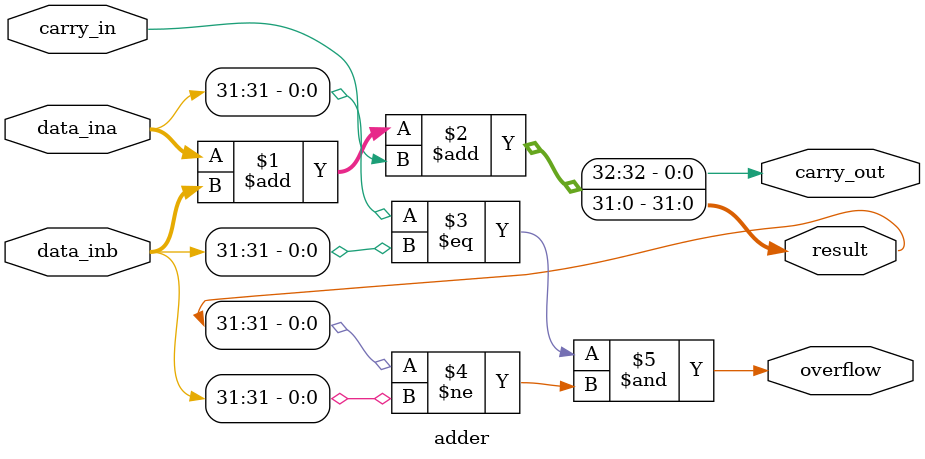
<source format=sv>
module adder #(
    parameter INPUT_WIDTH = 32
) (
    input signed  [INPUT_WIDTH-1:0] data_ina,
    input signed  [INPUT_WIDTH-1:0] data_inb,
    input                           carry_in,
    
    output signed [INPUT_WIDTH-1:0] result,
    output                          carry_out,
    output                          overflow
);
    
    assign {carry_out, result} = data_ina + data_inb + carry_in;

    assign overflow =
        (data_ina[INPUT_WIDTH-1] == data_inb[INPUT_WIDTH-1]) &
        (result[INPUT_WIDTH-1] != data_inb[INPUT_WIDTH-1]);

endmodule

</source>
